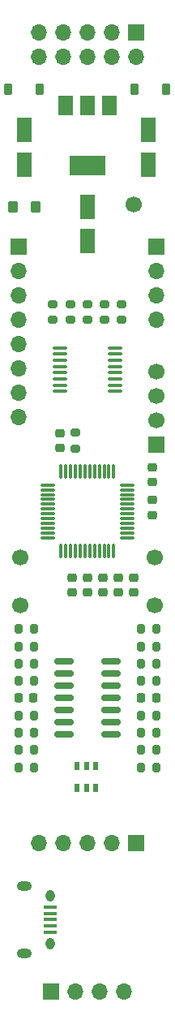
<source format=gbr>
%TF.GenerationSoftware,KiCad,Pcbnew,7.0.8*%
%TF.CreationDate,2023-10-17T17:14:39+01:00*%
%TF.ProjectId,QuadEnv_Components_3,51756164-456e-4765-9f43-6f6d706f6e65,rev?*%
%TF.SameCoordinates,Original*%
%TF.FileFunction,Soldermask,Top*%
%TF.FilePolarity,Negative*%
%FSLAX46Y46*%
G04 Gerber Fmt 4.6, Leading zero omitted, Abs format (unit mm)*
G04 Created by KiCad (PCBNEW 7.0.8) date 2023-10-17 17:14:39*
%MOMM*%
%LPD*%
G01*
G04 APERTURE LIST*
G04 Aperture macros list*
%AMRoundRect*
0 Rectangle with rounded corners*
0 $1 Rounding radius*
0 $2 $3 $4 $5 $6 $7 $8 $9 X,Y pos of 4 corners*
0 Add a 4 corners polygon primitive as box body*
4,1,4,$2,$3,$4,$5,$6,$7,$8,$9,$2,$3,0*
0 Add four circle primitives for the rounded corners*
1,1,$1+$1,$2,$3*
1,1,$1+$1,$4,$5*
1,1,$1+$1,$6,$7*
1,1,$1+$1,$8,$9*
0 Add four rect primitives between the rounded corners*
20,1,$1+$1,$2,$3,$4,$5,0*
20,1,$1+$1,$4,$5,$6,$7,0*
20,1,$1+$1,$6,$7,$8,$9,0*
20,1,$1+$1,$8,$9,$2,$3,0*%
G04 Aperture macros list end*
%ADD10RoundRect,0.200000X-0.200000X-0.275000X0.200000X-0.275000X0.200000X0.275000X-0.200000X0.275000X0*%
%ADD11R,0.600000X0.950000*%
%ADD12RoundRect,0.250000X-0.550000X1.050000X-0.550000X-1.050000X0.550000X-1.050000X0.550000X1.050000X0*%
%ADD13RoundRect,0.250000X0.550000X-1.050000X0.550000X1.050000X-0.550000X1.050000X-0.550000X-1.050000X0*%
%ADD14RoundRect,0.200000X0.275000X-0.200000X0.275000X0.200000X-0.275000X0.200000X-0.275000X-0.200000X0*%
%ADD15RoundRect,0.225000X0.250000X-0.225000X0.250000X0.225000X-0.250000X0.225000X-0.250000X-0.225000X0*%
%ADD16RoundRect,0.225000X-0.250000X0.225000X-0.250000X-0.225000X0.250000X-0.225000X0.250000X0.225000X0*%
%ADD17RoundRect,0.150000X-0.825000X-0.150000X0.825000X-0.150000X0.825000X0.150000X-0.825000X0.150000X0*%
%ADD18RoundRect,0.200000X0.200000X0.275000X-0.200000X0.275000X-0.200000X-0.275000X0.200000X-0.275000X0*%
%ADD19C,1.700000*%
%ADD20RoundRect,0.250000X0.275000X0.350000X-0.275000X0.350000X-0.275000X-0.350000X0.275000X-0.350000X0*%
%ADD21RoundRect,0.200000X-0.275000X0.200000X-0.275000X-0.200000X0.275000X-0.200000X0.275000X0.200000X0*%
%ADD22RoundRect,0.225000X-0.225000X-0.375000X0.225000X-0.375000X0.225000X0.375000X-0.225000X0.375000X0*%
%ADD23R,1.500000X2.000000*%
%ADD24R,3.800000X2.000000*%
%ADD25R,1.700000X1.700000*%
%ADD26O,1.700000X1.700000*%
%ADD27O,0.950000X1.250000*%
%ADD28O,1.550000X1.000000*%
%ADD29R,1.350000X0.400000*%
%ADD30RoundRect,0.225000X-0.225000X-0.250000X0.225000X-0.250000X0.225000X0.250000X-0.225000X0.250000X0*%
%ADD31RoundRect,0.100000X-0.637500X-0.100000X0.637500X-0.100000X0.637500X0.100000X-0.637500X0.100000X0*%
%ADD32RoundRect,0.075000X-0.662500X-0.075000X0.662500X-0.075000X0.662500X0.075000X-0.662500X0.075000X0*%
%ADD33RoundRect,0.075000X-0.075000X-0.662500X0.075000X-0.662500X0.075000X0.662500X-0.075000X0.662500X0*%
%ADD34RoundRect,0.225000X0.225000X0.250000X-0.225000X0.250000X-0.225000X-0.250000X0.225000X-0.250000X0*%
G04 APERTURE END LIST*
D10*
%TO.C,R22*%
X64975000Y-127500000D03*
X66625000Y-127500000D03*
%TD*%
D11*
%TO.C,U5*%
X60250000Y-129175000D03*
X59300000Y-129175000D03*
X58350000Y-129175000D03*
X58350000Y-131425000D03*
X59300000Y-131425000D03*
X60250000Y-131425000D03*
%TD*%
D12*
%TO.C,C4*%
X52800000Y-62800000D03*
X52800000Y-66400000D03*
%TD*%
D13*
%TO.C,C5*%
X65800000Y-66400000D03*
X65800000Y-62800000D03*
%TD*%
D14*
%TO.C,R3*%
X63000000Y-82625000D03*
X63000000Y-80975000D03*
%TD*%
D15*
%TO.C,C11*%
X57800000Y-111075000D03*
X57800000Y-109525000D03*
%TD*%
D10*
%TO.C,R16*%
X64975000Y-118500000D03*
X66625000Y-118500000D03*
%TD*%
D16*
%TO.C,C7*%
X61000000Y-109525000D03*
X61000000Y-111075000D03*
%TD*%
D17*
%TO.C,U4*%
X56925000Y-118290000D03*
X56925000Y-119560000D03*
X56925000Y-120830000D03*
X56925000Y-122100000D03*
X56925000Y-123370000D03*
X56925000Y-124640000D03*
X56925000Y-125910000D03*
X61875000Y-125910000D03*
X61875000Y-124640000D03*
X61875000Y-123370000D03*
X61875000Y-122100000D03*
X61875000Y-120830000D03*
X61875000Y-119560000D03*
X61875000Y-118290000D03*
%TD*%
D14*
%TO.C,R4*%
X61200000Y-82625000D03*
X61200000Y-80975000D03*
%TD*%
D18*
%TO.C,R9*%
X53825000Y-120300000D03*
X52175000Y-120300000D03*
%TD*%
D19*
%TO.C,TP5*%
X52400000Y-107400000D03*
%TD*%
D20*
%TO.C,L1*%
X53950000Y-70800000D03*
X51650000Y-70800000D03*
%TD*%
D12*
%TO.C,C8*%
X59400000Y-70800000D03*
X59400000Y-74400000D03*
%TD*%
D18*
%TO.C,R17*%
X53825000Y-116700000D03*
X52175000Y-116700000D03*
%TD*%
D21*
%TO.C,R5*%
X58100000Y-94375000D03*
X58100000Y-96025000D03*
%TD*%
D15*
%TO.C,C3*%
X66200000Y-99575000D03*
X66200000Y-98025000D03*
%TD*%
D10*
%TO.C,R24*%
X64975000Y-114900000D03*
X66625000Y-114900000D03*
%TD*%
%TO.C,R11*%
X64975000Y-123900000D03*
X66625000Y-123900000D03*
%TD*%
D15*
%TO.C,C12*%
X59400000Y-111075000D03*
X59400000Y-109525000D03*
%TD*%
D22*
%TO.C,D1*%
X51150000Y-58600000D03*
X54450000Y-58600000D03*
%TD*%
D10*
%TO.C,R12*%
X64975000Y-120300000D03*
X66625000Y-120300000D03*
%TD*%
D22*
%TO.C,D2*%
X64350000Y-58600000D03*
X67650000Y-58600000D03*
%TD*%
D21*
%TO.C,R6*%
X55800000Y-80975000D03*
X55800000Y-82625000D03*
%TD*%
D19*
%TO.C,TP3*%
X52400000Y-112400000D03*
%TD*%
D18*
%TO.C,R10*%
X53825000Y-123900000D03*
X52175000Y-123900000D03*
%TD*%
D23*
%TO.C,U2*%
X61700000Y-60250000D03*
X59400000Y-60250000D03*
D24*
X59400000Y-66550000D03*
D23*
X57100000Y-60250000D03*
%TD*%
D18*
%TO.C,R18*%
X53825000Y-114900000D03*
X52175000Y-114900000D03*
%TD*%
D25*
%TO.C,J6*%
X64480000Y-52660000D03*
D26*
X64480000Y-55200000D03*
X61940000Y-52660000D03*
X61940000Y-55200000D03*
X59400000Y-52660000D03*
X59400000Y-55200000D03*
X56860000Y-52660000D03*
X56860000Y-55200000D03*
X54320000Y-52660000D03*
X54320000Y-55200000D03*
%TD*%
D16*
%TO.C,C1*%
X66200000Y-101425000D03*
X66200000Y-102975000D03*
%TD*%
D21*
%TO.C,R1*%
X57600000Y-80975000D03*
X57600000Y-82625000D03*
%TD*%
D27*
%TO.C,J7*%
X55485000Y-142700000D03*
X55485000Y-147700000D03*
D28*
X52785000Y-148700000D03*
D29*
X55485000Y-143900000D03*
X55485000Y-144550000D03*
X55485000Y-145200000D03*
X55485000Y-145850000D03*
X55485000Y-146500000D03*
D28*
X52785000Y-141700000D03*
%TD*%
D30*
%TO.C,C9*%
X52225000Y-122100000D03*
X53775000Y-122100000D03*
%TD*%
D15*
%TO.C,C6*%
X56500000Y-95975000D03*
X56500000Y-94425000D03*
%TD*%
D31*
%TO.C,U3*%
X56537500Y-85525000D03*
X56537500Y-86175000D03*
X56537500Y-86825000D03*
X56537500Y-87475000D03*
X56537500Y-88125000D03*
X56537500Y-88775000D03*
X56537500Y-89425000D03*
X56537500Y-90075000D03*
X62262500Y-90075000D03*
X62262500Y-89425000D03*
X62262500Y-88775000D03*
X62262500Y-88125000D03*
X62262500Y-87475000D03*
X62262500Y-86825000D03*
X62262500Y-86175000D03*
X62262500Y-85525000D03*
%TD*%
D10*
%TO.C,R13*%
X52175000Y-118500000D03*
X53825000Y-118500000D03*
%TD*%
D16*
%TO.C,C2*%
X64200000Y-109525000D03*
X64200000Y-111075000D03*
%TD*%
D18*
%TO.C,R14*%
X53825000Y-125700000D03*
X52175000Y-125700000D03*
%TD*%
%TO.C,R19*%
X53825000Y-129300000D03*
X52175000Y-129300000D03*
%TD*%
D25*
%TO.C,J5*%
X66600000Y-95610000D03*
D19*
X66600000Y-93070000D03*
X66600000Y-90530000D03*
X66600000Y-87990000D03*
%TD*%
D32*
%TO.C,U1*%
X55237500Y-99850000D03*
X55237500Y-100350000D03*
X55237500Y-100850000D03*
X55237500Y-101350000D03*
X55237500Y-101850000D03*
X55237500Y-102350000D03*
X55237500Y-102850000D03*
X55237500Y-103350000D03*
X55237500Y-103850000D03*
X55237500Y-104350000D03*
X55237500Y-104850000D03*
X55237500Y-105350000D03*
D33*
X56650000Y-106762500D03*
X57150000Y-106762500D03*
X57650000Y-106762500D03*
X58150000Y-106762500D03*
X58650000Y-106762500D03*
X59150000Y-106762500D03*
X59650000Y-106762500D03*
X60150000Y-106762500D03*
X60650000Y-106762500D03*
X61150000Y-106762500D03*
X61650000Y-106762500D03*
X62150000Y-106762500D03*
D32*
X63562500Y-105350000D03*
X63562500Y-104850000D03*
X63562500Y-104350000D03*
X63562500Y-103850000D03*
X63562500Y-103350000D03*
X63562500Y-102850000D03*
X63562500Y-102350000D03*
X63562500Y-101850000D03*
X63562500Y-101350000D03*
X63562500Y-100850000D03*
X63562500Y-100350000D03*
X63562500Y-99850000D03*
D33*
X62150000Y-98437500D03*
X61650000Y-98437500D03*
X61150000Y-98437500D03*
X60650000Y-98437500D03*
X60150000Y-98437500D03*
X59650000Y-98437500D03*
X59150000Y-98437500D03*
X58650000Y-98437500D03*
X58150000Y-98437500D03*
X57650000Y-98437500D03*
X57150000Y-98437500D03*
X56650000Y-98437500D03*
%TD*%
D19*
%TO.C,TP2*%
X66400000Y-107400000D03*
%TD*%
D21*
%TO.C,R2*%
X59400000Y-80975000D03*
X59400000Y-82625000D03*
%TD*%
D10*
%TO.C,R23*%
X64975000Y-116700000D03*
X66625000Y-116700000D03*
%TD*%
D18*
%TO.C,R20*%
X53825000Y-127500000D03*
X52175000Y-127500000D03*
%TD*%
D10*
%TO.C,R21*%
X64975000Y-129300000D03*
X66625000Y-129300000D03*
%TD*%
D19*
%TO.C,TP1*%
X64200000Y-70600000D03*
%TD*%
D34*
%TO.C,C10*%
X66575000Y-122100000D03*
X65025000Y-122100000D03*
%TD*%
D19*
%TO.C,TP4*%
X66400000Y-112400000D03*
%TD*%
D15*
%TO.C,C13*%
X62600000Y-111075000D03*
X62600000Y-109525000D03*
%TD*%
D10*
%TO.C,R15*%
X64975000Y-125700000D03*
X66625000Y-125700000D03*
%TD*%
D25*
%TO.C,J1*%
X52200000Y-75000000D03*
D26*
X52200000Y-77540000D03*
X52200000Y-80080000D03*
X52200000Y-82620000D03*
X52200000Y-85160000D03*
X52200000Y-87700000D03*
X52200000Y-90240000D03*
X52200000Y-92780000D03*
%TD*%
D25*
%TO.C,J4*%
X55600000Y-152700000D03*
D26*
X58140000Y-152700000D03*
X60680000Y-152700000D03*
X63220000Y-152700000D03*
%TD*%
D25*
%TO.C,J2*%
X66600000Y-75000000D03*
D26*
X66600000Y-77540000D03*
X66600000Y-80080000D03*
X66600000Y-82620000D03*
%TD*%
D25*
%TO.C,J3*%
X64480000Y-137200000D03*
D26*
X61940000Y-137200000D03*
X59400000Y-137200000D03*
X56860000Y-137200000D03*
X54320000Y-137200000D03*
%TD*%
M02*

</source>
